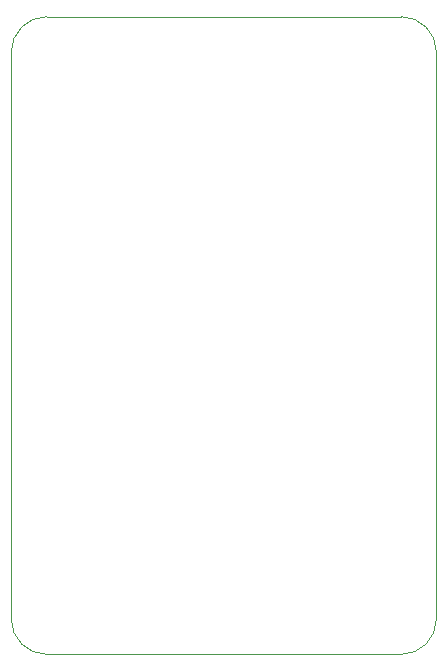
<source format=gbr>
%TF.GenerationSoftware,KiCad,Pcbnew,7.0.6*%
%TF.CreationDate,2023-08-26T05:38:59+03:00*%
%TF.ProjectId,Matek H743-WING PCB,4d617465-6b20-4483-9734-332d57494e47,rev?*%
%TF.SameCoordinates,Original*%
%TF.FileFunction,Profile,NP*%
%FSLAX46Y46*%
G04 Gerber Fmt 4.6, Leading zero omitted, Abs format (unit mm)*
G04 Created by KiCad (PCBNEW 7.0.6) date 2023-08-26 05:38:59*
%MOMM*%
%LPD*%
G01*
G04 APERTURE LIST*
%TA.AperFunction,Profile*%
%ADD10C,0.100000*%
%TD*%
G04 APERTURE END LIST*
D10*
X85000000Y-100000000D02*
G75*
G03*
X82000000Y-103000000I0J-3000000D01*
G01*
X82000000Y-103000000D02*
X82000000Y-151000000D01*
X115000000Y-154000000D02*
X85000000Y-154000000D01*
X118000000Y-103000000D02*
G75*
G03*
X115000000Y-100000000I-3000000J0D01*
G01*
X115000000Y-154000000D02*
G75*
G03*
X118000000Y-151000000I0J3000000D01*
G01*
X82000000Y-151000000D02*
G75*
G03*
X85000000Y-154000000I3000000J0D01*
G01*
X118000000Y-103000000D02*
X118000000Y-151000000D01*
X85000000Y-100000000D02*
X115000000Y-100000000D01*
M02*

</source>
